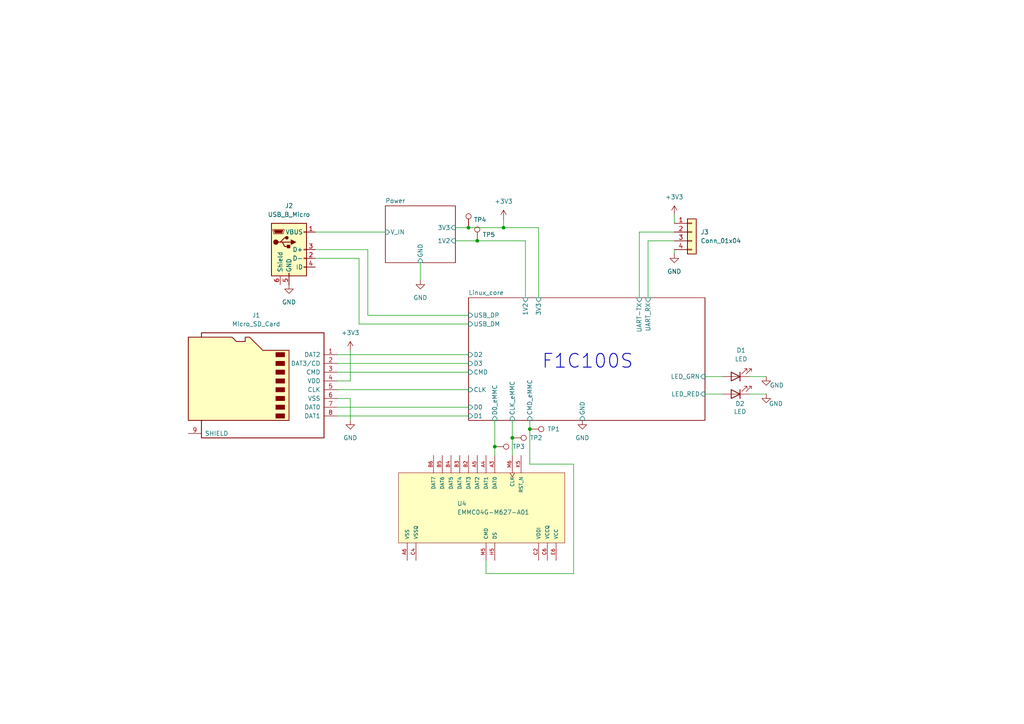
<source format=kicad_sch>
(kicad_sch (version 20250114) (generator "eeschema") (generator_version "9.0")
  (paper "A4")
  (lib_symbols
    (symbol "Connector:Micro_SD_Card" (pin_names (offset 1.016))
      (property "Reference" "J" (at -16.51 15.24 0))
      (property "Value" "Micro_SD_Card" (at 16.51 15.24 0))
      (symbol "Micro_SD_Card_0_1"
        (polyline (pts (xy -8.89 -11.43) (xy -8.89 8.89) (xy -1.27 8.89) (xy 2.54 12.7) (xy 3.81 12.7) (xy 3.81 11.43) (xy 6.35 11.43) (xy 7.62 12.7) (xy 20.32 12.7) (xy 20.32 -11.43) (xy -8.89 -11.43)) (stroke (width 0.254)) (fill (type background)))
        (rectangle (start -7.62 8.255) (end -5.08 6.985) (fill (type outline)))
        (rectangle (start -7.62 5.715) (end -5.08 4.445) (fill (type outline)))
        (rectangle (start -7.62 3.175) (end -5.08 1.905) (fill (type outline)))
        (rectangle (start -7.62 0.635) (end -5.08 -0.635) (fill (type outline)))
        (rectangle (start -7.62 -1.905) (end -5.08 -3.175) (fill (type outline)))
        (rectangle (start -7.62 -4.445) (end -5.08 -5.715) (fill (type outline)))
        (rectangle (start -7.62 -6.985) (end -5.08 -8.255) (fill (type outline)))
        (rectangle (start -7.62 -9.525) (end -5.08 -10.795) (fill (type outline)))
        (polyline (pts (xy 16.51 12.7) (xy 16.51 13.97) (xy -19.05 13.97) (xy -19.05 -16.51) (xy 16.51 -16.51) (xy 16.51 -11.43)) (stroke (width 0.254)))
      )
      (symbol "Micro_SD_Card_1_1"
        (pin bidirectional line (at -22.86 7.62 0) (length 3.81) (name "DAT2") (number "1"))
        (pin bidirectional line (at -22.86 5.08 0) (length 3.81) (name "DAT3/CD") (number "2"))
        (pin input line (at -22.86 2.54 0) (length 3.81) (name "CMD") (number "3"))
        (pin power_in line (at -22.86 0 0) (length 3.81) (name "VDD") (number "4"))
        (pin input line (at -22.86 -2.54 0) (length 3.81) (name "CLK") (number "5"))
        (pin power_in line (at -22.86 -5.08 0) (length 3.81) (name "VSS") (number "6"))
        (pin bidirectional line (at -22.86 -7.62 0) (length 3.81) (name "DAT0") (number "7"))
        (pin bidirectional line (at -22.86 -10.16 0) (length 3.81) (name "DAT1") (number "8"))
        (pin passive line (at 20.32 -15.24 180) (length 3.81) (name "SHIELD") (number "9"))
      )
    )
    (symbol "Connector:TestPoint" (pin_numbers (hide yes)) (pin_names (offset 0.762) (hide yes))
      (property "Reference" "TP" (at 0 6.858 0))
      (property "Value" "TestPoint" (at 0 5.08 0))
      (symbol "TestPoint_0_1"
        (circle (center 0 3.302) (radius 0.762))
      )
      (symbol "TestPoint_1_1"
        (pin passive line (at 0 0 90) (length 2.54) (name "1") (number "1"))
      )
    )
    (symbol "Connector:USB_B_Micro" (pin_names (offset 1.016))
      (property "Reference" "J" (at -5.08 11.43 0))
      (property "Value" "USB_B_Micro" (at -5.08 8.89 0))
      (symbol "USB_B_Micro_0_1"
        (rectangle (start -5.08 -7.62) (end 5.08 7.62) (stroke (width 0.254)) (fill (type background)))
        (polyline (pts (xy -4.699 5.842) (xy -4.699 5.588) (xy -4.445 4.826) (xy -4.445 4.572) (xy -1.651 4.572) (xy -1.651 4.826) (xy -1.397 5.588) (xy -1.397 5.842) (xy -4.699 5.842)))
        (polyline (pts (xy -4.318 5.588) (xy -1.778 5.588) (xy -2.032 4.826) (xy -4.064 4.826) (xy -4.318 5.588)) (fill (type outline)))
        (circle (center -3.81 2.159) (radius 0.635) (stroke (width 0.254)) (fill (type outline)))
        (polyline (pts (xy -3.175 2.159) (xy -2.54 2.159) (xy -1.27 3.429) (xy -0.635 3.429)) (stroke (width 0.254)))
        (polyline (pts (xy -2.54 2.159) (xy -1.905 2.159) (xy -1.27 0.889) (xy 0 0.889)) (stroke (width 0.254)))
        (polyline (pts (xy -1.905 2.159) (xy 0.635 2.159)) (stroke (width 0.254)))
        (circle (center -0.635 3.429) (radius 0.381) (stroke (width 0.254)) (fill (type outline)))
        (rectangle (start -0.127 -7.62) (end 0.127 -6.858))
        (rectangle (start 0.254 1.27) (end -0.508 0.508) (stroke (width 0.254)) (fill (type outline)))
        (polyline (pts (xy 0.635 2.794) (xy 0.635 1.524) (xy 1.905 2.159) (xy 0.635 2.794)) (stroke (width 0.254)) (fill (type outline)))
        (rectangle (start 5.08 4.953) (end 4.318 5.207))
        (rectangle (start 5.08 -0.127) (end 4.318 0.127))
        (rectangle (start 5.08 -2.667) (end 4.318 -2.413))
        (rectangle (start 5.08 -5.207) (end 4.318 -4.953))
      )
      (symbol "USB_B_Micro_1_1"
        (pin passive line (at -2.54 -10.16 90) (length 2.54) (name "Shield") (number "6"))
        (pin power_out line (at 0 -10.16 90) (length 2.54) (name "GND") (number "5"))
        (pin power_out line (at 7.62 5.08 180) (length 2.54) (name "VBUS") (number "1"))
        (pin bidirectional line (at 7.62 0 180) (length 2.54) (name "D+") (number "3"))
        (pin bidirectional line (at 7.62 -2.54 180) (length 2.54) (name "D-") (number "2"))
        (pin passive line (at 7.62 -5.08 180) (length 2.54) (name "ID") (number "4"))
      )
    )
    (symbol "Connector_Generic:Conn_01x04" (pin_names (offset 1.016) (hide yes))
      (property "Reference" "J" (at 0 5.08 0))
      (property "Value" "Conn_01x04" (at 0 -7.62 0))
      (symbol "Conn_01x04_1_1"
        (rectangle (start -1.27 3.81) (end 1.27 -6.35) (stroke (width 0.254)) (fill (type background)))
        (rectangle (start -1.27 2.667) (end 0 2.413) (stroke (width 0.1524)))
        (rectangle (start -1.27 0.127) (end 0 -0.127) (stroke (width 0.1524)))
        (rectangle (start -1.27 -2.413) (end 0 -2.667) (stroke (width 0.1524)))
        (rectangle (start -1.27 -4.953) (end 0 -5.207) (stroke (width 0.1524)))
        (pin passive line (at -5.08 2.54 0) (length 3.81) (name "Pin_1") (number "1"))
        (pin passive line (at -5.08 0 0) (length 3.81) (name "Pin_2") (number "2"))
        (pin passive line (at -5.08 -2.54 0) (length 3.81) (name "Pin_3") (number "3"))
        (pin passive line (at -5.08 -5.08 0) (length 3.81) (name "Pin_4") (number "4"))
      )
    )
    (symbol "Device:LED" (pin_numbers (hide yes)) (pin_names (offset 1.016) (hide yes))
      (property "Reference" "D" (at 0 2.54 0))
      (property "Value" "LED" (at 0 -2.54 0))
      (symbol "LED_0_1"
        (polyline (pts (xy -3.048 -0.762) (xy -4.572 -2.286) (xy -3.81 -2.286) (xy -4.572 -2.286) (xy -4.572 -1.524)))
        (polyline (pts (xy -1.778 -0.762) (xy -3.302 -2.286) (xy -2.54 -2.286) (xy -3.302 -2.286) (xy -3.302 -1.524)))
        (polyline (pts (xy -1.27 0) (xy 1.27 0)))
        (polyline (pts (xy -1.27 -1.27) (xy -1.27 1.27)) (stroke (width 0.254)))
        (polyline (pts (xy 1.27 -1.27) (xy 1.27 1.27) (xy -1.27 0) (xy 1.27 -1.27)) (stroke (width 0.254)))
      )
      (symbol "LED_1_1"
        (pin passive line (at -3.81 0 0) (length 2.54) (name "K") (number "1"))
        (pin passive line (at 3.81 0 180) (length 2.54) (name "A") (number "2"))
      )
    )
    (symbol "EMMC04G-M627-A01:EMMC04G-M627-A01" (pin_names (offset 1.016))
      (property "Reference" "U" (at -10.1666 25.4165 0))
      (property "Value" "EMMC04G-M627-A01" (at -10.162 -25.405 0))
      (symbol "EMMC04G-M627-A01_0_0"
        (rectangle (start -10.16 -22.86) (end 10.16 25.4) (stroke (width 0.127)) (fill (type background)))
        (pin input line (at -15.24 12.7 0) (length 5.08) (name "RST_N") (number "K5"))
        (pin input clock (at -15.24 10.16 0) (length 5.08) (name "CLK") (number "M6"))
        (pin bidirectional line (at -15.24 5.08 0) (length 5.08) (name "DAT0") (number "A3"))
        (pin bidirectional line (at -15.24 2.54 0) (length 5.08) (name "DAT1") (number "A4"))
        (pin bidirectional line (at -15.24 0 0) (length 5.08) (name "DAT2") (number "A5"))
        (pin bidirectional line (at -15.24 -2.54 0) (length 5.08) (name "DAT3") (number "B2"))
        (pin bidirectional line (at -15.24 -5.08 0) (length 5.08) (name "DAT4") (number "B3"))
        (pin bidirectional line (at -15.24 -7.62 0) (length 5.08) (name "DAT5") (number "B4"))
        (pin bidirectional line (at -15.24 -10.16 0) (length 5.08) (name "DAT6") (number "B5"))
        (pin bidirectional line (at -15.24 -12.7 0) (length 5.08) (name "DAT7") (number "B6"))
        (pin power_in line (at 15.24 22.86 180) (length 5.08) (name "VCC") (number "E6"))
        (pin power_in line (at 15.24 22.86 180) (length 5.08) (hide yes) (name "VCC") (number "F5"))
        (pin power_in line (at 15.24 22.86 180) (length 5.08) (hide yes) (name "VCC") (number "J10"))
        (pin power_in line (at 15.24 22.86 180) (length 5.08) (hide yes) (name "VCC") (number "K9"))
        (pin power_in line (at 15.24 20.32 180) (length 5.08) (name "VCCQ") (number "C6"))
        (pin power_in line (at 15.24 20.32 180) (length 5.08) (hide yes) (name "VCCQ") (number "M4"))
        (pin power_in line (at 15.24 20.32 180) (length 5.08) (hide yes) (name "VCCQ") (number "N4"))
        (pin power_in line (at 15.24 20.32 180) (length 5.08) (hide yes) (name "VCCQ") (number "P3"))
        (pin power_in line (at 15.24 20.32 180) (length 5.08) (hide yes) (name "VCCQ") (number "P5"))
        (pin power_in line (at 15.24 17.78 180) (length 5.08) (name "VDDI") (number "C2"))
        (pin bidirectional line (at 15.24 5.08 180) (length 5.08) (name "DS") (number "H5"))
        (pin bidirectional line (at 15.24 2.54 180) (length 5.08) (name "CMD") (number "M5"))
        (pin power_in line (at 15.24 -17.78 180) (length 5.08) (name "VSSQ") (number "C4"))
        (pin power_in line (at 15.24 -17.78 180) (length 5.08) (hide yes) (name "VSSQ") (number "N2"))
        (pin power_in line (at 15.24 -17.78 180) (length 5.08) (hide yes) (name "VSSQ") (number "N5"))
        (pin power_in line (at 15.24 -17.78 180) (length 5.08) (hide yes) (name "VSSQ") (number "P4"))
        (pin power_in line (at 15.24 -17.78 180) (length 5.08) (hide yes) (name "VSSQ") (number "P6"))
        (pin power_in line (at 15.24 -20.32 180) (length 5.08) (name "VSS") (number "A6"))
        (pin power_in line (at 15.24 -20.32 180) (length 5.08) (hide yes) (name "VSS") (number "E7"))
        (pin power_in line (at 15.24 -20.32 180) (length 5.08) (hide yes) (name "VSS") (number "G5"))
        (pin power_in line (at 15.24 -20.32 180) (length 5.08) (hide yes) (name "VSS") (number "H10"))
        (pin power_in line (at 15.24 -20.32 180) (length 5.08) (hide yes) (name "VSS") (number "J5"))
        (pin power_in line (at 15.24 -20.32 180) (length 5.08) (hide yes) (name "VSS") (number "K8"))
      )
    )
    (symbol "power:+3V3" (power) (pin_numbers (hide yes)) (pin_names (offset 0) (hide yes))
      (property "Value" "+3V3" (at 0 3.556 0))
      (symbol "+3V3_0_1"
        (polyline (pts (xy -0.762 1.27) (xy 0 2.54)))
        (polyline (pts (xy 0 2.54) (xy 0.762 1.27)))
        (polyline (pts (xy 0 0) (xy 0 2.54)))
      )
      (symbol "+3V3_1_1"
        (pin power_in line (at 0 0 90) (length 0) (name "~") (number "1"))
      )
    )
    (symbol "power:GND" (power) (pin_numbers (hide yes)) (pin_names (offset 0) (hide yes))
      (property "Value" "GND" (at 0 -3.81 0))
      (symbol "GND_0_1"
        (polyline (pts (xy 0 0) (xy 0 -1.27) (xy 1.27 -1.27) (xy 0 -2.54) (xy -1.27 -1.27) (xy 0 -1.27)))
      )
      (symbol "GND_1_1"
        (pin power_in line (at 0 0 270) (length 0) (name "~") (number "1"))
      )
    )
  )
  (text "F1C100S\n" (at 170.434 104.902 0) (effects (font (size 4 4) (thickness 0.254) (bold yes))))
  (junction (at 148.59 127))
  (junction (at 135.89 66.04))
  (junction (at 143.51 129.54))
  (junction (at 138.43 69.85))
  (junction (at 153.67 124.46))
  (junction (at 146.05 66.04))
  (wire (pts (xy 91.44 74.93) (xy 104.14 74.93)))
  (wire (pts (xy 97.79 118.11) (xy 135.89 118.11)))
  (wire (pts (xy 143.51 121.92) (xy 143.51 129.54)))
  (wire (pts (xy 101.6 110.49) (xy 97.79 110.49)))
  (wire (pts (xy 101.6 101.6) (xy 101.6 110.49)))
  (wire (pts (xy 143.51 129.54) (xy 143.51 132.08)))
  (wire (pts (xy 121.92 76.2) (xy 121.92 81.28)))
  (wire (pts (xy 146.05 66.04) (xy 156.21 66.04)))
  (wire (pts (xy 138.43 69.85) (xy 152.4 69.85)))
  (wire (pts (xy 91.44 67.31) (xy 111.76 67.31)))
  (wire (pts (xy 153.67 134.62) (xy 153.67 124.46)))
  (wire (pts (xy 106.68 72.39) (xy 91.44 72.39)))
  (wire (pts (xy 204.47 114.3) (xy 209.55 114.3)))
  (wire (pts (xy 187.96 69.85) (xy 187.96 86.36)))
  (wire (pts (xy 153.67 124.46) (xy 153.67 121.92)))
  (wire (pts (xy 132.08 66.04) (xy 135.89 66.04)))
  (wire (pts (xy 140.97 166.37) (xy 166.37 166.37)))
  (wire (pts (xy 106.68 91.44) (xy 106.68 72.39)))
  (wire (pts (xy 204.47 109.22) (xy 209.55 109.22)))
  (wire (pts (xy 146.05 63.5) (xy 146.05 66.04)))
  (wire (pts (xy 195.58 62.23) (xy 195.58 64.77)))
  (wire (pts (xy 135.89 66.04) (xy 146.05 66.04)))
  (wire (pts (xy 104.14 93.98) (xy 135.89 93.98)))
  (wire (pts (xy 132.08 69.85) (xy 138.43 69.85)))
  (wire (pts (xy 152.4 69.85) (xy 152.4 86.36)))
  (wire (pts (xy 97.79 102.87) (xy 135.89 102.87)))
  (wire (pts (xy 140.97 162.56) (xy 140.97 166.37)))
  (wire (pts (xy 195.58 73.66) (xy 195.58 72.39)))
  (wire (pts (xy 101.6 115.57) (xy 97.79 115.57)))
  (wire (pts (xy 187.96 69.85) (xy 195.58 69.85)))
  (wire (pts (xy 166.37 134.62) (xy 153.67 134.62)))
  (wire (pts (xy 97.79 105.41) (xy 135.89 105.41)))
  (wire (pts (xy 97.79 113.03) (xy 135.89 113.03)))
  (wire (pts (xy 101.6 121.92) (xy 101.6 115.57)))
  (wire (pts (xy 166.37 166.37) (xy 166.37 134.62)))
  (wire (pts (xy 185.42 86.36) (xy 185.42 67.31)))
  (wire (pts (xy 217.17 109.22) (xy 222.25 109.22)))
  (wire (pts (xy 97.79 107.95) (xy 135.89 107.95)))
  (wire (pts (xy 156.21 66.04) (xy 156.21 86.36)))
  (wire (pts (xy 148.59 121.92) (xy 148.59 127)))
  (wire (pts (xy 148.59 127) (xy 148.59 132.08)))
  (wire (pts (xy 135.89 91.44) (xy 106.68 91.44)))
  (wire (pts (xy 185.42 67.31) (xy 195.58 67.31)))
  (wire (pts (xy 104.14 74.93) (xy 104.14 93.98)))
  (wire (pts (xy 217.17 114.3) (xy 222.25 114.3)))
  (wire (pts (xy 97.79 120.65) (xy 135.89 120.65)))
  (symbol (lib_id "Device:LED") (at 213.36 109.22 180) (unit 1)
    (property "Reference" "D1" (at 214.9475 101.6 0))
    (property "Value" "LED" (at 214.9475 104.14 0))
    (property "Footprint" "LED_SMD:LED_0201_0603Metric" (effects (hide yes)))
    (property "Description" "Light emitting diode" (effects (hide yes)))
    (property "Sim.Pins" "1=K 2=A" (effects (hide yes)))
  )
  (symbol (lib_id "Connector:TestPoint") (at 148.59 127 270) (unit 1)
    (property "Reference" "TP2" (at 153.67 126.9999 90) (effects (justify left)))
    (property "Value" "TestPoint" (effects (hide yes)))
    (property "Footprint" "TestPoint:TestPoint_Pad_D1.0mm" (effects (hide yes)))
    (property "Description" "test point" (effects (hide yes)))
  )
  (symbol (lib_id "power:GND") (at 195.58 73.66 0) (unit 1)
    (property "Reference" "#PWR018" (effects (hide yes)))
    (property "Value" "GND" (at 195.58 78.74 0))
    (property "Description" "Power symbol creates a global label with name \"GND\" , ground" (effects (hide yes)))
  )
  (symbol (lib_id "Connector:TestPoint") (at 153.67 124.46 270) (unit 1)
    (property "Reference" "TP1" (at 158.75 124.4599 90) (effects (justify left)))
    (property "Value" "TestPoint" (effects (hide yes)))
    (property "Footprint" "TestPoint:TestPoint_Pad_D1.0mm" (effects (hide yes)))
    (property "Description" "test point" (effects (hide yes)))
  )
  (symbol (lib_id "Device:LED") (at 213.36 114.3 180) (unit 1)
    (property "Reference" "D2" (at 214.63 117.094 0))
    (property "Value" "LED" (at 214.63 119.38 0))
    (property "Footprint" "LED_SMD:LED_0201_0603Metric" (effects (hide yes)))
    (property "Description" "Light emitting diode" (effects (hide yes)))
    (property "Sim.Pins" "1=K 2=A" (effects (hide yes)))
  )
  (symbol (lib_id "power:+3V3") (at 195.58 62.23 0) (unit 1)
    (property "Reference" "#PWR019" (effects (hide yes)))
    (property "Value" "+3V3" (at 195.58 57.15 0))
    (property "Description" "Power symbol creates a global label with name \"+3V3\"" (effects (hide yes)))
  )
  (symbol (lib_id "power:GND") (at 222.25 114.3 0) (unit 1)
    (property "Reference" "#PWR013" (effects (hide yes)))
    (property "Value" "GND" (at 225.044 117.094 0))
    (property "Description" "Power symbol creates a global label with name \"GND\" , ground" (effects (hide yes)))
  )
  (symbol (lib_id "Connector:TestPoint") (at 138.43 69.85 0) (unit 1)
    (property "Reference" "TP5" (at 139.954 68.072 0) (effects (justify left)))
    (property "Value" "TestPoint" (effects (hide yes)))
    (property "Footprint" "TestPoint:TestPoint_Pad_D1.0mm" (effects (hide yes)))
    (property "Description" "test point" (effects (hide yes)))
  )
  (symbol (lib_id "power:GND") (at 101.6 121.92 0) (unit 1)
    (property "Reference" "#PWR015" (effects (hide yes)))
    (property "Value" "GND" (at 101.6 127 0))
    (property "Description" "Power symbol creates a global label with name \"GND\" , ground" (effects (hide yes)))
  )
  (symbol (lib_id "power:GND") (at 168.91 121.92 0) (unit 1)
    (property "Reference" "#PWR012" (effects (hide yes)))
    (property "Value" "GND" (at 168.91 127 0))
    (property "Description" "Power symbol creates a global label with name \"GND\" , ground" (effects (hide yes)))
  )
  (symbol (lib_id "Connector:Micro_SD_Card") (at 74.93 110.49 0) (mirror y) (unit 1)
    (property "Reference" "J1" (at 74.295 91.44 0))
    (property "Value" "Micro_SD_Card" (at 74.295 93.98 0))
    (property "Datasheet" "https://www.we-online.com/components/products/datasheet/693072010801.pdf" (effects (hide yes)))
    (property "Description" "Micro SD Card Socket" (effects (hide yes)))
  )
  (symbol (lib_id "Connector:TestPoint") (at 143.51 129.54 270) (unit 1)
    (property "Reference" "TP3" (at 148.59 129.5399 90) (effects (justify left)))
    (property "Value" "TestPoint" (effects (hide yes)))
    (property "Footprint" "TestPoint:TestPoint_Pad_D1.0mm" (effects (hide yes)))
    (property "Description" "test point" (effects (hide yes)))
  )
  (symbol (lib_id "Connector_Generic:Conn_01x04") (at 200.66 67.31 0) (unit 1)
    (property "Reference" "J3" (at 203.2 67.3099 0) (effects (justify left)))
    (property "Value" "Conn_01x04" (at 203.2 69.8499 0) (effects (justify left)))
    (property "Description" "Generic connector, single row, 01x04, script generated (kicad-library-utils/schlib/autogen/connector/)" (effects (hide yes)))
  )
  (symbol (lib_id "power:GND") (at 121.92 81.28 0) (unit 1)
    (property "Reference" "#PWR011" (effects (hide yes)))
    (property "Value" "GND" (at 121.92 86.36 0))
    (property "Description" "Power symbol creates a global label with name \"GND\" , ground" (effects (hide yes)))
  )
  (symbol (lib_id "power:+3V3") (at 101.6 101.6 0) (unit 1)
    (property "Reference" "#PWR017" (effects (hide yes)))
    (property "Value" "+3V3" (at 101.6 96.52 0))
    (property "Description" "Power symbol creates a global label with name \"+3V3\"" (effects (hide yes)))
  )
  (symbol (lib_id "Connector:TestPoint") (at 135.89 66.04 0) (unit 1)
    (property "Reference" "TP4" (at 137.414 63.754 0) (effects (justify left)))
    (property "Value" "TestPoint" (effects (hide yes)))
    (property "Footprint" "TestPoint:TestPoint_Pad_D1.0mm" (effects (hide yes)))
    (property "Description" "test point" (effects (hide yes)))
  )
  (symbol (lib_id "Connector:USB_B_Micro") (at 83.82 72.39 0) (unit 1)
    (property "Reference" "J2" (at 83.82 59.69 0))
    (property "Value" "USB_B_Micro" (at 83.82 62.23 0))
    (property "Description" "USB Micro Type B connector" (effects (hide yes)))
  )
  (symbol (lib_id "power:+3V3") (at 146.05 63.5 0) (unit 1)
    (property "Reference" "#PWR016" (effects (hide yes)))
    (property "Value" "+3V3" (at 146.05 58.42 0))
    (property "Description" "Power symbol creates a global label with name \"+3V3\"" (effects (hide yes)))
  )
  (symbol (lib_id "power:GND") (at 222.25 109.22 0) (unit 1)
    (property "Reference" "#PWR014" (effects (hide yes)))
    (property "Value" "GND" (at 225.298 111.76 0))
    (property "Description" "Power symbol creates a global label with name \"GND\" , ground" (effects (hide yes)))
  )
  (symbol (lib_id "EMMC04G-M627-A01:EMMC04G-M627-A01") (at 138.43 147.32 270) (unit 1)
    (property "Reference" "U4" (at 132.588 146.05 90) (effects (justify left)))
    (property "Value" "EMMC04G-M627-A01" (at 132.588 148.59 90) (effects (justify left)))
    (property "Footprint" "Package_BGA:LFBGA-153_11.5x13mm_Layout14x14_P0.5mm" (effects (hide yes)))
    (property "MF" "Kingston" (effects (hide yes)))
    (property "Package" "None" (effects (hide yes)))
    (property "Price" "None" (effects (hide yes)))
    (property "Check_prices" "https://www.snapeda.com/parts/EMMC04G-M627-A01/Kingston/view-part/?ref=eda" (effects (hide yes)))
    (property "PART_REV" "2.0" (effects (hide yes)))
    (property "STANDARD" "MANUFACTURER RECOMMENDATIONS" (effects (hide yes)))
    (property "SnapEDA_Link" "https://www.snapeda.com/parts/EMMC04G-M627-A01/Kingston/view-part/?ref=snap" (effects (hide yes)))
    (property "MP" "EMMC04G-M627-A01" (effects (hide yes)))
    (property "Availability" "In Stock" (effects (hide yes)))
    (property "MANUFACTURER" "Kingston" (effects (hide yes)))
  )
  (symbol (lib_id "power:GND") (at 83.82 82.55 0) (unit 1)
    (property "Reference" "#PWR010" (effects (hide yes)))
    (property "Value" "GND" (at 83.82 87.63 0))
    (property "Description" "Power symbol creates a global label with name \"GND\" , ground" (effects (hide yes)))
  )
  (sheet (at 111.76 59.69) (size 20.32 16.51) (stroke (width 0.1524))
    (property "Sheetname" "Power" (at 111.76 58.9784 0) (effects (justify left bottom)))
    (property "Sheetfile" "power.kicad_sch" (effects (hide yes)))
    (pin "1V2" input (at 132.08 69.85 0))
    (pin "3V3" input (at 132.08 66.04 0))
    (pin "GND" input (at 121.92 76.2 270))
    (pin "V_IN" input (at 111.76 67.31 180))
  )
  (sheet (at 135.89 86.36) (size 68.58 35.56) (stroke (width 0.1524))
    (property "Sheetname" "Linux_core" (at 135.89 85.6484 0) (effects (justify left bottom)))
    (property "Sheetfile" "untitled.kicad_sch" (effects (hide yes)))
    (pin "1V2" input (at 152.4 86.36 90))
    (pin "3V3" input (at 156.21 86.36 90))
    (pin "CLK" input (at 135.89 113.03 180))
    (pin "CMD" input (at 135.89 107.95 180))
    (pin "D0" input (at 135.89 118.11 180))
    (pin "D1" input (at 135.89 120.65 180))
    (pin "D2" input (at 135.89 102.87 180))
    (pin "D3" input (at 135.89 105.41 180))
    (pin "GND" input (at 168.91 121.92 270))
    (pin "UART-TX" input (at 185.42 86.36 90))
    (pin "UART_RX" input (at 187.96 86.36 90))
    (pin "USB_DM" input (at 135.89 93.98 180))
    (pin "USB_DP" input (at 135.89 91.44 180))
    (pin "LED_GRN" input (at 204.47 109.22 0))
    (pin "LED_RED" input (at 204.47 114.3 0))
    (pin "CLK_eMMC" input (at 148.59 121.92 270))
    (pin "CMD_eMMC" input (at 153.67 121.92 270))
    (pin "D0_eMMC" input (at 143.51 121.92 270))
  )
)
</source>
